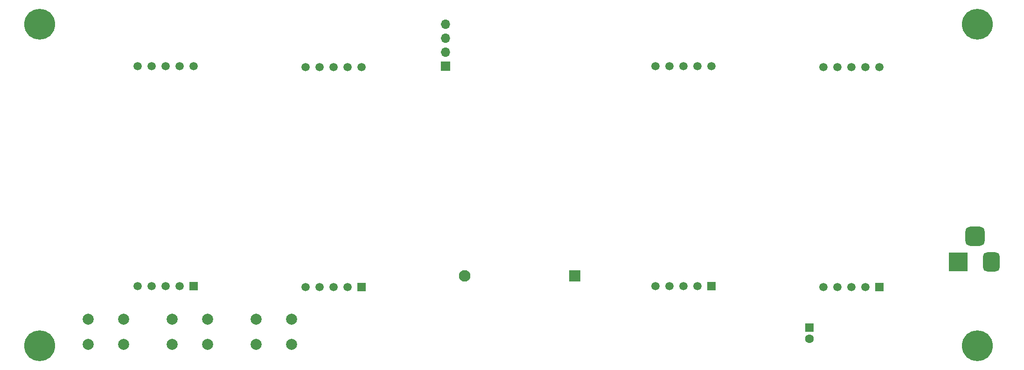
<source format=gbs>
%TF.GenerationSoftware,KiCad,Pcbnew,7.0.9*%
%TF.CreationDate,2024-01-28T12:11:26+01:00*%
%TF.ProjectId,Digital_Clock,44696769-7461-46c5-9f43-6c6f636b2e6b,rev?*%
%TF.SameCoordinates,Original*%
%TF.FileFunction,Soldermask,Bot*%
%TF.FilePolarity,Negative*%
%FSLAX46Y46*%
G04 Gerber Fmt 4.6, Leading zero omitted, Abs format (unit mm)*
G04 Created by KiCad (PCBNEW 7.0.9) date 2024-01-28 12:11:26*
%MOMM*%
%LPD*%
G01*
G04 APERTURE LIST*
G04 Aperture macros list*
%AMRoundRect*
0 Rectangle with rounded corners*
0 $1 Rounding radius*
0 $2 $3 $4 $5 $6 $7 $8 $9 X,Y pos of 4 corners*
0 Add a 4 corners polygon primitive as box body*
4,1,4,$2,$3,$4,$5,$6,$7,$8,$9,$2,$3,0*
0 Add four circle primitives for the rounded corners*
1,1,$1+$1,$2,$3*
1,1,$1+$1,$4,$5*
1,1,$1+$1,$6,$7*
1,1,$1+$1,$8,$9*
0 Add four rect primitives between the rounded corners*
20,1,$1+$1,$2,$3,$4,$5,0*
20,1,$1+$1,$4,$5,$6,$7,0*
20,1,$1+$1,$6,$7,$8,$9,0*
20,1,$1+$1,$8,$9,$2,$3,0*%
G04 Aperture macros list end*
%ADD10R,3.500000X3.500000*%
%ADD11RoundRect,0.750000X0.750000X1.000000X-0.750000X1.000000X-0.750000X-1.000000X0.750000X-1.000000X0*%
%ADD12RoundRect,0.875000X0.875000X0.875000X-0.875000X0.875000X-0.875000X-0.875000X0.875000X-0.875000X0*%
%ADD13R,1.600000X1.600000*%
%ADD14C,1.600000*%
%ADD15R,1.700000X1.700000*%
%ADD16O,1.700000X1.700000*%
%ADD17C,5.600000*%
%ADD18R,2.100000X2.100000*%
%ADD19C,2.100000*%
%ADD20C,2.000000*%
%ADD21R,1.500000X1.500000*%
%ADD22C,1.500000*%
G04 APERTURE END LIST*
D10*
%TO.C,J1*%
X232760000Y-104140000D03*
D11*
X238760000Y-104140000D03*
D12*
X235760000Y-99440000D03*
%TD*%
D13*
%TO.C,C8*%
X205740000Y-116110000D03*
D14*
X205740000Y-118110000D03*
%TD*%
D15*
%TO.C,J2*%
X139700000Y-68580000D03*
D16*
X139700000Y-66040000D03*
X139700000Y-63500000D03*
X139700000Y-60960000D03*
%TD*%
D17*
%TO.C,REF\u002A\u002A*%
X66040000Y-60960000D03*
%TD*%
D18*
%TO.C,BT1*%
X163149087Y-106680000D03*
D19*
X143149087Y-106680000D03*
%TD*%
D17*
%TO.C,REF\u002A\u002A*%
X236220000Y-60960000D03*
%TD*%
D20*
%TO.C,SW3*%
X74780000Y-114590000D03*
X81280000Y-114590000D03*
X74780000Y-119090000D03*
X81280000Y-119090000D03*
%TD*%
D17*
%TO.C,REF\u002A\u002A*%
X236220000Y-119380000D03*
%TD*%
D20*
%TO.C,SW1*%
X96520000Y-119090000D03*
X90020000Y-119090000D03*
X96520000Y-114590000D03*
X90020000Y-114590000D03*
%TD*%
D17*
%TO.C,REF\u002A\u002A*%
X66040000Y-119380000D03*
%TD*%
D20*
%TO.C,SW2*%
X111760000Y-119090000D03*
X105260000Y-119090000D03*
X111760000Y-114590000D03*
X105260000Y-114590000D03*
%TD*%
D21*
%TO.C,U6*%
X218440000Y-108717500D03*
D22*
X215900000Y-108717500D03*
X213360000Y-108717500D03*
X210820000Y-108717500D03*
X208280000Y-108717500D03*
X208280000Y-68717500D03*
X210820000Y-68717500D03*
X213360000Y-68717500D03*
X215900000Y-68717500D03*
X218440000Y-68717500D03*
%TD*%
D21*
%TO.C,U7*%
X187960000Y-108580000D03*
D22*
X185420000Y-108580000D03*
X182880000Y-108580000D03*
X180340000Y-108580000D03*
X177800000Y-108580000D03*
X177800000Y-68580000D03*
X180340000Y-68580000D03*
X182880000Y-68580000D03*
X185420000Y-68580000D03*
X187960000Y-68580000D03*
%TD*%
D21*
%TO.C,U9*%
X93980000Y-108580000D03*
D22*
X91440000Y-108580000D03*
X88900000Y-108580000D03*
X86360000Y-108580000D03*
X83820000Y-108580000D03*
X83820000Y-68580000D03*
X86360000Y-68580000D03*
X88900000Y-68580000D03*
X91440000Y-68580000D03*
X93980000Y-68580000D03*
%TD*%
D21*
%TO.C,U8*%
X124460000Y-108717500D03*
D22*
X121920000Y-108717500D03*
X119380000Y-108717500D03*
X116840000Y-108717500D03*
X114300000Y-108717500D03*
X114300000Y-68717500D03*
X116840000Y-68717500D03*
X119380000Y-68717500D03*
X121920000Y-68717500D03*
X124460000Y-68717500D03*
%TD*%
M02*

</source>
